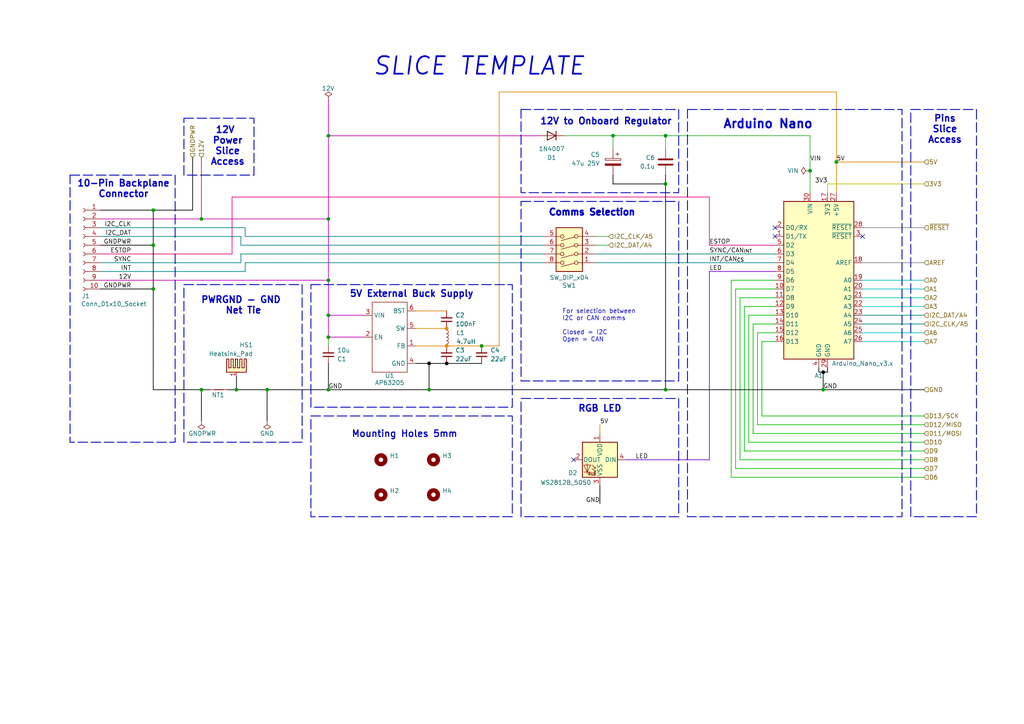
<source format=kicad_sch>
(kicad_sch (version 20250114) (generator "eeschema") (generator_version "9.0")
  (paper "A4")
  (lib_symbols
    (symbol "Connector:Conn_01x10_Socket" (pin_names (offset 1.016) (hide yes))
      (property "Reference" "J" (at 0 12.7 0))
      (property "Value" "Conn_01x10_Socket" (at 0 -15.24 0))
      (symbol "Conn_01x10_Socket_1_1"
        (polyline (pts (xy -1.27 10.16) (xy -0.508 10.16)) (stroke (width 0.1524)))
        (polyline (pts (xy -1.27 7.62) (xy -0.508 7.62)) (stroke (width 0.1524)))
        (polyline (pts (xy -1.27 5.08) (xy -0.508 5.08)) (stroke (width 0.1524)))
        (polyline (pts (xy -1.27 2.54) (xy -0.508 2.54)) (stroke (width 0.1524)))
        (polyline (pts (xy -1.27 0) (xy -0.508 0)) (stroke (width 0.1524)))
        (polyline (pts (xy -1.27 -2.54) (xy -0.508 -2.54)) (stroke (width 0.1524)))
        (polyline (pts (xy -1.27 -5.08) (xy -0.508 -5.08)) (stroke (width 0.1524)))
        (polyline (pts (xy -1.27 -7.62) (xy -0.508 -7.62)) (stroke (width 0.1524)))
        (polyline (pts (xy -1.27 -10.16) (xy -0.508 -10.16)) (stroke (width 0.1524)))
        (polyline (pts (xy -1.27 -12.7) (xy -0.508 -12.7)) (stroke (width 0.1524)))
        (arc (start 0 9.652) (mid -0.5058 10.16) (end 0 10.668) (stroke (width 0.1524)))
        (arc (start 0 7.112) (mid -0.5058 7.62) (end 0 8.128) (stroke (width 0.1524)))
        (arc (start 0 4.572) (mid -0.5058 5.08) (end 0 5.588) (stroke (width 0.1524)))
        (arc (start 0 2.032) (mid -0.5058 2.54) (end 0 3.048) (stroke (width 0.1524)))
        (arc (start 0 -0.508) (mid -0.5058 0) (end 0 0.508) (stroke (width 0.1524)))
        (arc (start 0 -3.048) (mid -0.5058 -2.54) (end 0 -2.032) (stroke (width 0.1524)))
        (arc (start 0 -5.588) (mid -0.5058 -5.08) (end 0 -4.572) (stroke (width 0.1524)))
        (arc (start 0 -8.128) (mid -0.5058 -7.62) (end 0 -7.112) (stroke (width 0.1524)))
        (arc (start 0 -10.668) (mid -0.5058 -10.16) (end 0 -9.652) (stroke (width 0.1524)))
        (arc (start 0 -13.208) (mid -0.5058 -12.7) (end 0 -12.192) (stroke (width 0.1524)))
        (pin passive line (at -5.08 10.16 0) (length 3.81) (name "Pin_1") (number "1"))
        (pin passive line (at -5.08 7.62 0) (length 3.81) (name "Pin_2") (number "2"))
        (pin passive line (at -5.08 5.08 0) (length 3.81) (name "Pin_3") (number "3"))
        (pin passive line (at -5.08 2.54 0) (length 3.81) (name "Pin_4") (number "4"))
        (pin passive line (at -5.08 0 0) (length 3.81) (name "Pin_5") (number "5"))
        (pin passive line (at -5.08 -2.54 0) (length 3.81) (name "Pin_6") (number "6"))
        (pin passive line (at -5.08 -5.08 0) (length 3.81) (name "Pin_7") (number "7"))
        (pin passive line (at -5.08 -7.62 0) (length 3.81) (name "Pin_8") (number "8"))
        (pin passive line (at -5.08 -10.16 0) (length 3.81) (name "Pin_9") (number "9"))
        (pin passive line (at -5.08 -12.7 0) (length 3.81) (name "Pin_10") (number "10"))
      )
    )
    (symbol "Device:C" (pin_numbers (hide yes)) (pin_names (offset 0.254))
      (property "Reference" "C" (at 0.635 2.54 0))
      (property "Value" "C" (at 0.635 -2.54 0))
      (symbol "C_0_1"
        (polyline (pts (xy -2.032 0.762) (xy 2.032 0.762)) (stroke (width 0.508)))
        (polyline (pts (xy -2.032 -0.762) (xy 2.032 -0.762)) (stroke (width 0.508)))
      )
      (symbol "C_1_1"
        (pin passive line (at 0 3.81 270) (length 2.794) (name "~") (number "1"))
        (pin passive line (at 0 -3.81 90) (length 2.794) (name "~") (number "2"))
      )
    )
    (symbol "Device:C_Polarized" (pin_numbers (hide yes)) (pin_names (offset 0.254))
      (property "Reference" "C" (at 0.635 2.54 0))
      (property "Value" "C_Polarized" (at 0.635 -2.54 0))
      (symbol "C_Polarized_0_1"
        (rectangle (start -2.286 0.508) (end 2.286 1.016))
        (polyline (pts (xy -1.778 2.286) (xy -0.762 2.286)))
        (polyline (pts (xy -1.27 2.794) (xy -1.27 1.778)))
        (rectangle (start 2.286 -0.508) (end -2.286 -1.016) (fill (type outline)))
      )
      (symbol "C_Polarized_1_1"
        (pin passive line (at 0 3.81 270) (length 2.794) (name "~") (number "1"))
        (pin passive line (at 0 -3.81 90) (length 2.794) (name "~") (number "2"))
      )
    )
    (symbol "Device:C_Small" (pin_numbers (hide yes)) (pin_names (offset 0.254) (hide yes))
      (property "Reference" "C" (at 0.254 1.778 0))
      (property "Value" "C_Small" (at 0.254 -2.032 0))
      (symbol "C_Small_0_1"
        (polyline (pts (xy -1.524 0.508) (xy 1.524 0.508)) (stroke (width 0.3048)))
        (polyline (pts (xy -1.524 -0.508) (xy 1.524 -0.508)) (stroke (width 0.3302)))
      )
      (symbol "C_Small_1_1"
        (pin passive line (at 0 2.54 270) (length 2.032) (name "~") (number "1"))
        (pin passive line (at 0 -2.54 90) (length 2.032) (name "~") (number "2"))
      )
    )
    (symbol "Device:L_Small" (pin_numbers (hide yes)) (pin_names (offset 0.254) (hide yes))
      (property "Reference" "L" (at 0.762 1.016 0))
      (property "Value" "L_Small" (at 0.762 -1.016 0))
      (symbol "L_Small_0_1"
        (arc (start 0 2.032) (mid 0.5058 1.524) (end 0 1.016))
        (arc (start 0 1.016) (mid 0.5058 0.508) (end 0 0))
        (arc (start 0 0) (mid 0.5058 -0.508) (end 0 -1.016))
        (arc (start 0 -1.016) (mid 0.5058 -1.524) (end 0 -2.032))
      )
      (symbol "L_Small_1_1"
        (pin passive line (at 0 2.54 270) (length 0.508) (name "~") (number "1"))
        (pin passive line (at 0 -2.54 90) (length 0.508) (name "~") (number "2"))
      )
    )
    (symbol "Device:NetTie_2" (pin_numbers (hide yes)) (pin_names (offset 0) (hide yes)) (in_bom no)
      (property "Reference" "NT" (at 0 1.27 0))
      (property "Value" "NetTie_2" (at 0 -1.27 0))
      (symbol "NetTie_2_0_1"
        (polyline (pts (xy -1.27 0) (xy 1.27 0)) (stroke (width 0.254)))
      )
      (symbol "NetTie_2_1_1"
        (pin passive line (at -2.54 0 0) (length 2.54) (name "1") (number "1"))
        (pin passive line (at 2.54 0 180) (length 2.54) (name "2") (number "2"))
      )
    )
    (symbol "Diode:1N4007" (pin_numbers (hide yes)) (pin_names (hide yes))
      (property "Reference" "D" (at 0 2.54 0))
      (property "Value" "1N4007" (at 0 -2.54 0))
      (symbol "1N4007_0_1"
        (polyline (pts (xy -1.27 1.27) (xy -1.27 -1.27)) (stroke (width 0.254)))
        (polyline (pts (xy 1.27 1.27) (xy 1.27 -1.27) (xy -1.27 0) (xy 1.27 1.27)) (stroke (width 0.254)))
        (polyline (pts (xy 1.27 0) (xy -1.27 0)))
      )
      (symbol "1N4007_1_1"
        (pin passive line (at -3.81 0 0) (length 2.54) (name "K") (number "1"))
        (pin passive line (at 3.81 0 180) (length 2.54) (name "A") (number "2"))
      )
    )
    (symbol "Mechanical:Heatsink_Pad" (pin_names (offset 0))
      (property "Reference" "HS" (at 0 5.715 0))
      (property "Value" "Heatsink_Pad" (at 0 3.81 0))
      (symbol "Heatsink_Pad_0_1"
        (polyline (pts (xy -0.3302 0) (xy -0.9652 0) (xy -0.9652 2.54) (xy -1.6002 2.54) (xy -1.6002 0) (xy -2.2352 0) (xy -2.2352 2.54) (xy -2.8702 2.54) (xy -2.8702 -1.27) (xy -0.9652 -1.27)) (stroke (width 0.254)) (fill (type background)))
        (polyline (pts (xy -0.3302 0) (xy -0.3302 2.54) (xy 0.3048 2.54) (xy 0.3048 0) (xy 0.9398 0) (xy 0.9398 2.54) (xy 1.5748 2.54) (xy 1.5748 0) (xy 2.2098 0) (xy 2.2098 2.54) (xy 2.8448 2.54) (xy 2.8448 -1.27) (xy -0.9652 -1.27)) (stroke (width 0.254)) (fill (type background)))
      )
      (symbol "Heatsink_Pad_1_1"
        (pin passive line (at 0 -2.54 90) (length 1.27) (name "~") (number "1"))
      )
    )
    (symbol "Mechanical:MountingHole" (pin_names (offset 1.016))
      (property "Reference" "H" (at 0 5.08 0))
      (property "Value" "MountingHole" (at 0 3.175 0))
      (symbol "MountingHole_0_1"
        (circle (center 0 0) (radius 1.27) (stroke (width 1.27)))
      )
    )
    (symbol "Switch:SW_DIP_x04" (pin_names (offset 0) (hide yes))
      (property "Reference" "SW" (at 0 8.89 0))
      (property "Value" "SW_DIP_x04" (at 0 -6.35 0))
      (symbol "SW_DIP_x04_0_0"
        (circle (center -2.032 5.08) (radius 0.508))
        (circle (center -2.032 2.54) (radius 0.508))
        (circle (center -2.032 0) (radius 0.508))
        (circle (center -2.032 -2.54) (radius 0.508))
        (polyline (pts (xy -1.524 5.207) (xy 2.3622 6.2484)))
        (polyline (pts (xy -1.524 2.667) (xy 2.3622 3.7084)))
        (polyline (pts (xy -1.524 0.127) (xy 2.3622 1.1684)))
        (polyline (pts (xy -1.524 -2.3876) (xy 2.3622 -1.3462)))
        (circle (center 2.032 5.08) (radius 0.508))
        (circle (center 2.032 2.54) (radius 0.508))
        (circle (center 2.032 0) (radius 0.508))
        (circle (center 2.032 -2.54) (radius 0.508))
      )
      (symbol "SW_DIP_x04_0_1"
        (rectangle (start -3.81 7.62) (end 3.81 -5.08) (stroke (width 0.254)) (fill (type background)))
      )
      (symbol "SW_DIP_x04_1_1"
        (pin passive line (at -7.62 5.08 0) (length 5.08) (name "~") (number "1"))
        (pin passive line (at -7.62 2.54 0) (length 5.08) (name "~") (number "2"))
        (pin passive line (at -7.62 0 0) (length 5.08) (name "~") (number "3"))
        (pin passive line (at -7.62 -2.54 0) (length 5.08) (name "~") (number "4"))
        (pin passive line (at 7.62 5.08 180) (length 5.08) (name "~") (number "8"))
        (pin passive line (at 7.62 2.54 180) (length 5.08) (name "~") (number "7"))
        (pin passive line (at 7.62 0 180) (length 5.08) (name "~") (number "6"))
        (pin passive line (at 7.62 -2.54 180) (length 5.08) (name "~") (number "5"))
      )
    )
    (symbol "kml-custom:AP63205WU-7"
      (property "Reference" "U1" (at 0 -14.986 0))
      (property "Value" "AP63205WU-7" (at 0 -17.018 0))
      (symbol "AP63205WU-7_0_1"
        (rectangle (start -5.08 6.35) (end 5.08 -13.97))
      )
      (symbol "AP63205WU-7_1_1"
        (pin input line (at -7.62 2.54 0) (length 2.54) (name "VIN") (number "3"))
        (pin input line (at -7.62 -3.81 0) (length 2.54) (name "EN") (number "2"))
        (pin input line (at 7.62 3.81 180) (length 2.54) (name "BST") (number "6"))
        (pin input line (at 7.62 -1.27 180) (length 2.54) (name "SW") (number "5"))
        (pin input line (at 7.62 -6.35 180) (length 2.54) (name "FB") (number "1"))
        (pin input line (at 7.62 -11.43 180) (length 2.54) (name "GND") (number "4"))
      )
    )
    (symbol "kml-custom:Arduino_Nano_v3.x"
      (property "Reference" "A1" (at 0 -27.6606 0))
      (property "Value" "Arduino_Nano_v3.x" (at 12.7 -24.13 0))
      (symbol "Arduino_Nano_v3.x_0_1"
        (rectangle (start -10.16 22.86) (end 10.16 -22.86) (stroke (width 0.254)) (fill (type background)))
      )
      (symbol "Arduino_Nano_v3.x_1_1"
        (pin bidirectional line (at -12.7 15.24 0) (length 2.54) (name "D0/RX") (number "2"))
        (pin bidirectional line (at -12.7 12.7 0) (length 2.54) (name "D1/TX") (number "1"))
        (pin bidirectional line (at -12.7 10.16 0) (length 2.54) (name "D2") (number "5"))
        (pin bidirectional line (at -12.7 7.62 0) (length 2.54) (name "D3") (number "6"))
        (pin bidirectional line (at -12.7 5.08 0) (length 2.54) (name "D4") (number "7"))
        (pin bidirectional line (at -12.7 2.54 0) (length 2.54) (name "D5") (number "8"))
        (pin bidirectional line (at -12.7 0 0) (length 2.54) (name "D6") (number "9"))
        (pin bidirectional line (at -12.7 -2.54 0) (length 2.54) (name "D7") (number "10"))
        (pin bidirectional line (at -12.7 -5.08 0) (length 2.54) (name "D8") (number "11"))
        (pin bidirectional line (at -12.7 -7.62 0) (length 2.54) (name "D9") (number "12"))
        (pin bidirectional line (at -12.7 -10.16 0) (length 2.54) (name "D10") (number "13"))
        (pin bidirectional line (at -12.7 -12.7 0) (length 2.54) (name "D11") (number "14"))
        (pin bidirectional line (at -12.7 -15.24 0) (length 2.54) (name "D12") (number "15"))
        (pin bidirectional line (at -12.7 -17.78 0) (length 2.54) (name "D13") (number "16"))
        (pin power_in line (at -2.54 25.4 270) (length 2.54) (name "VIN") (number "30"))
        (pin power_in line (at 0 -25.4 90) (length 2.54) (name "GND") (number "4"))
        (pin power_out line (at 2.54 25.4 270) (length 2.54) (name "3V3") (number "17"))
        (pin power_in line (at 2.54 -25.4 90) (length 2.54) (name "GND") (number "29"))
        (pin power_out line (at 5.08 25.4 270) (length 2.54) (name "+5V") (number "27"))
        (pin input line (at 12.7 15.24 180) (length 2.54) (name "~{RESET}") (number "28"))
        (pin input line (at 12.7 12.7 180) (length 2.54) (name "~{RESET}") (number "3"))
        (pin input line (at 12.7 5.08 180) (length 2.54) (name "AREF") (number "18"))
        (pin bidirectional line (at 12.7 0 180) (length 2.54) (name "A0") (number "19"))
        (pin bidirectional line (at 12.7 -2.54 180) (length 2.54) (name "A1") (number "20"))
        (pin bidirectional line (at 12.7 -5.08 180) (length 2.54) (name "A2") (number "21"))
        (pin bidirectional line (at 12.7 -7.62 180) (length 2.54) (name "A3") (number "22"))
        (pin bidirectional line (at 12.7 -10.16 180) (length 2.54) (name "A4") (number "23"))
        (pin bidirectional line (at 12.7 -12.7 180) (length 2.54) (name "A5") (number "24"))
        (pin bidirectional line (at 12.7 -15.24 180) (length 2.54) (name "A6") (number "25"))
        (pin bidirectional line (at 12.7 -17.78 180) (length 2.54) (name "A7") (number "26"))
      )
    )
    (symbol "kml-custom:WS2812B_5050" (pin_names (offset 0.254))
      (property "Reference" "D2" (at 7.874 -3.81 0))
      (property "Value" "WS2812B_5050" (at 9.906 -6.604 0))
      (symbol "WS2812B_5050_0_0"
        (text "RGB" (at 2.286 -4.191 0) (effects (font (size 0.762 0.762))))
      )
      (symbol "WS2812B_5050_0_1"
        (polyline (pts (xy 1.27 -2.54) (xy 1.778 -2.54)))
        (polyline (pts (xy 1.27 -3.556) (xy 1.778 -3.556)))
        (polyline (pts (xy 2.286 -1.524) (xy 1.27 -2.54) (xy 1.27 -2.032)))
        (polyline (pts (xy 2.286 -2.54) (xy 1.27 -3.556) (xy 1.27 -3.048)))
        (polyline (pts (xy 3.683 -1.016) (xy 3.683 -3.556) (xy 3.683 -4.064)))
        (polyline (pts (xy 4.699 -1.524) (xy 2.667 -1.524) (xy 3.683 -3.556) (xy 4.699 -1.524)))
        (polyline (pts (xy 4.699 -3.556) (xy 2.667 -3.556)))
        (rectangle (start 5.08 5.08) (end -5.08 -5.08) (stroke (width 0.254)) (fill (type background)))
      )
      (symbol "WS2812B_5050_1_1"
        (pin input line (at -7.62 0 0) (length 2.54) (name "DIN") (number "4"))
        (pin power_in line (at 0 7.62 270) (length 2.54) (name "VDD") (number "1"))
        (pin power_in line (at 0 -7.62 90) (length 2.54) (name "VSS") (number "3"))
        (pin output line (at 7.62 0 180) (length 2.54) (name "DOUT") (number "2"))
      )
    )
    (symbol "power:PWR_FLAG" (power) (pin_numbers (hide yes)) (pin_names (offset 0) (hide yes))
      (property "Value" "PWR_FLAG" (at 0 3.81 0))
      (symbol "PWR_FLAG_0_0"
        (pin power_out line (at 0 0 90) (length 0) (name "~") (number "1"))
      )
      (symbol "PWR_FLAG_0_1"
        (polyline (pts (xy 0 0) (xy 0 1.27) (xy -1.016 1.905) (xy 0 2.54) (xy 1.016 1.905) (xy 0 1.27)))
      )
    )
  )
  (rectangle (start 151.13 58.42) (end 196.85 110.49) (stroke (width 0.254) (type dash)))
  (rectangle (start 20.32 50.8) (end 50.8 128.27) (stroke (width 0.254) (type dash)))
  (rectangle (start 90.17 82.55) (end 148.59 118.11) (stroke (width 0.254) (type dash)))
  (rectangle (start 53.34 34.29) (end 73.66 50.8) (stroke (width 0.254) (type dash)))
  (rectangle (start 90.17 120.65) (end 148.59 149.86) (stroke (width 0.254) (type dash)))
  (rectangle (start 151.13 115.57) (end 196.85 149.86) (stroke (width 0.254) (type dash)))
  (rectangle (start 264.16 31.75) (end 283.21 149.86) (stroke (width 0.254) (type dash)))
  (rectangle (start 53.34 82.55) (end 87.63 128.27) (stroke (width 0.254) (type dash)))
  (rectangle (start 199.39 31.75) (end 261.62 149.86) (stroke (width 0.254) (type dash)))
  (rectangle (start 151.13 31.75) (end 196.85 55.88) (stroke (width 0.254) (type dash)))
  (text "Pins\nSlice\nAccess" (at 274.066 37.592 0) (effects (font (size 1.905 1.905) (thickness 0.381) (bold yes))))
  (text "10-Pin Backplane\nConnector" (at 35.814 54.864 0) (effects (font (size 1.905 1.905) (thickness 0.381) (bold yes))))
  (text "PWRGND - GND \nNet Tie" (at 70.612 88.646 0) (effects (font (size 1.905 1.905) (thickness 0.381) (bold yes))))
  (text "SLICE TEMPLATE" (at 138.938 19.304 0) (effects (font (size 5.08 5.08) (thickness 0.508) (bold yes) (italic yes))))
  (text "RGB LED" (at 173.99 118.618 0) (effects (font (size 1.905 1.905) (thickness 0.381) (bold yes))))
  (text "Pinout Details Arduino Nano:\n--------------------------------------------------------------------------------------------------------------------\nPin			| Function											| Limitations/Notes\n--------------------------------------------------------------------------------------------------------------------\nVIN			| External Supply Input								| External power source 7-12V\nGND			| Ground											| First GND pin available for circuit grounding\nRST			| Reset Input										| Active LOW\n5V			| Regulated 5V Output								| Regulated +5V power rail; supplying +5V power here bypasses the regulator (risky/advanced)\nA7-A6		| Analog Inputs (Input Only)						| 10-bit ADC; A6 & A7 are analog-only (cannot be used as digital I/O)\nA5-A4		| Analog Inputs, I2C (SDA, SCL)						| Dual-function: analog input and I2C communication; use dedicated I2C devices\nA3-A0		| Analog Inputs, Digital I/O						| 10-bit ADC resolution; can function as digital I/O when required\nAREF		| Analog Reference Voltage Input					| For using an external analog reference add a decoupling capacitor, else leave unconnected\n3.3V		| Regulated 3.3V Output								| Limited current (~50 mA max); supplying +3V3 power here bypasses the regulator (risky/advanced)\nD13			| Digital I/O, SPI SCK, Onboard LED					| SPI clock signal; onboard LED connected to D13\nD12			| Digital I/O, SPI MISO								| GPIO; SPI MISO\nD11			| Digital I/O, SPI MOSI, PWM						| GPIO; PWM available; SPI MOSI\nD10			| Digital I/O, PWM, SPI SS							| GPIO; PWM available; SPI Slave Select in master mode\nD9			| Digital I/O, PWM									| GPIO; PWM output available\nD8			| Digital I/O										| GPIO\nD7			| Digital I/O										| GPIO; AIN[1](-) of internal analog comparator\nD6			| Digital I/O, PWM									| GPIO; PWM available; AIN[0](+) of internal analog comparator\nD5			| Digital I/O, PWM									| GPIO; PWM available\nD4			| Digital I/O										| GPIO\nD3			| Digital I/O, PWM, Dedicated Hardware Interrupt	| GPIO; PWM available; supports external interrupts\nD2			| Digital I/O, Dedicated Hardware Interrupt			| GPIO; supports external interrupts\nGND			| Ground											| Second GND pin available for circuit grounding\nRST			| Reset Input										| Active LOW\nD1			| Digital I/O, Serial TX							| Shared with USB-to-serial converter; in general do not use to avoid conflicts during programming\nD0			| Digital I/O, Serial RX							| Shared with USB-to-serial converter; in general do not use to avoid conflicts during programming\n--------------------------------------------------------------------------------------------------------------------\n" (at 14.478 252.984 0) (effects (font (size 1.651 1.651)) (justify left)))
  (text "Comms Selection" (at 171.704 61.722 0) (effects (font (size 1.905 1.905) (thickness 0.508) (bold yes))))
  (text "Mounting Holes 5mm" (at 117.348 125.984 0) (effects (font (size 1.905 1.905) (thickness 0.3302) (bold yes))))
  (text "12V \nPower\nSlice\nAccess" (at 66.04 42.418 0) (effects (font (size 1.905 1.905) (thickness 0.381) (bold yes))))
  (text "For selection between \nI2C or CAN comms\n\nClosed = I2C\nOpen = CAN" (at 163.068 94.488 0) (effects (font (size 1.27 1.27)) (justify left)))
  (text "Arduino Nano" (at 222.758 36.068 0) (effects (font (size 2.54 2.54) (thickness 0.508) (bold yes))))
  (text "12V to Onboard Regulator" (at 175.768 35.306 0) (effects (font (size 1.905 1.905) (thickness 0.381) (bold yes))))
  (text "5V External Buck Supply" (at 119.38 85.344 0) (effects (font (size 1.905 1.905) (thickness 0.381) (bold yes))))
  (junction (at 124.46 105.41) (color 0 0 0 1))
  (junction (at 193.04 113.03))
  (junction (at 193.04 53.34))
  (junction (at 95.25 91.44))
  (junction (at 129.54 95.25) (color 221 133 0 1))
  (junction (at 95.25 113.03))
  (junction (at 139.7 100.33))
  (junction (at 177.8 39.37))
  (junction (at 58.42 63.5))
  (junction (at 234.95 49.53))
  (junction (at 44.45 71.12))
  (junction (at 95.25 81.28))
  (junction (at 77.47 113.03))
  (junction (at 95.25 97.79))
  (junction (at 44.45 83.82))
  (junction (at 242.57 46.99))
  (junction (at 238.76 113.03))
  (junction (at 129.54 105.41) (color 0 0 0 1))
  (junction (at 124.46 113.03))
  (junction (at 193.04 39.37))
  (junction (at 95.25 63.5))
  (junction (at 129.54 100.33) (color 221 133 0 1))
  (junction (at 44.45 60.96))
  (junction (at 68.58 113.03))
  (junction (at 95.25 39.37))
  (junction (at 58.42 113.03))
  (junction (at 238.76 107.95) (color 0 0 0 1))
  (no_connect (at 224.79 66.04))
  (no_connect (at 224.79 68.58))
  (no_connect (at 250.19 68.58))
  (no_connect (at 166.37 133.35))
  (wire (pts (xy 120.65 95.25) (xy 129.54 95.25)) (stroke (width 0.2032) (color 221 133 0 1)))
  (wire (pts (xy 267.97 130.81) (xy 215.9 130.81)) (stroke (width 0.2032) (color 0 194 0 1)))
  (wire (pts (xy 124.46 113.03) (xy 193.04 113.03)) (stroke (width 0.2032) (color 0 0 0 1)))
  (wire (pts (xy 163.83 39.37) (xy 177.8 39.37)))
  (wire (pts (xy 67.31 57.15) (xy 205.74 57.15)) (stroke (width 0.2032) (color 230 5 126 1)))
  (wire (pts (xy 95.25 81.28) (xy 95.25 63.5)) (stroke (width 0.2032) (color 194 0 194 1)))
  (wire (pts (xy 250.19 88.9) (xy 267.97 88.9)) (stroke (width 0.2032) (color 0 194 194 1)))
  (wire (pts (xy 237.49 106.68) (xy 237.49 107.95)) (stroke (width 0.2032) (color 0 0 0 1)))
  (wire (pts (xy 214.63 86.36) (xy 224.79 86.36)) (stroke (width 0.2032) (color 0 194 0 1)))
  (wire (pts (xy 77.47 113.03) (xy 95.25 113.03)) (stroke (width 0.2032) (color 0 0 0 1)))
  (wire (pts (xy 250.19 66.04) (xy 267.97 66.04)) (stroke (width 0.2032) (color 132 132 132 1)))
  (wire (pts (xy 193.04 50.8) (xy 193.04 53.34)) (stroke (width 0.2032) (color 0 0 0 1)))
  (wire (pts (xy 124.46 113.03) (xy 124.46 105.41)) (stroke (width 0.2032) (color 0 0 0 1)))
  (wire (pts (xy 77.47 113.03) (xy 77.47 121.92)) (stroke (width 0.2032) (color 0 0 0 1)))
  (wire (pts (xy 29.21 68.58) (xy 69.85 68.58)) (stroke (width 0.2032) (color 0 132 132 1)))
  (wire (pts (xy 267.97 128.27) (xy 217.17 128.27)) (stroke (width 0.2032) (color 0 194 0 1)))
  (wire (pts (xy 95.25 105.41) (xy 95.25 113.03)) (stroke (width 0.2032) (color 0 0 0 1)))
  (wire (pts (xy 68.58 109.22) (xy 68.58 113.03)) (stroke (width 0.2032) (color 0 0 0 1)))
  (wire (pts (xy 120.65 100.33) (xy 129.54 100.33)) (stroke (width 0.2032) (color 221 133 0 1)))
  (wire (pts (xy 172.72 71.12) (xy 176.53 71.12)))
  (wire (pts (xy 69.85 73.66) (xy 157.48 73.66)) (stroke (width 0.2032) (color 0 132 132 1)))
  (wire (pts (xy 267.97 123.19) (xy 219.71 123.19)) (stroke (width 0.2032) (color 0 194 0 1)))
  (wire (pts (xy 212.09 81.28) (xy 224.79 81.28)) (stroke (width 0.2032) (color 0 194 0 1)))
  (wire (pts (xy 267.97 125.73) (xy 218.44 125.73)) (stroke (width 0.2032) (color 0 194 0 1)))
  (wire (pts (xy 69.85 68.58) (xy 69.85 71.12)) (stroke (width 0.2032) (color 0 132 132 1)))
  (wire (pts (xy 173.99 140.97) (xy 173.99 146.05)) (stroke (width 0.2032) (color 0 0 0 1)))
  (wire (pts (xy 66.04 113.03) (xy 68.58 113.03)) (stroke (width 0.2032) (color 0 0 0 1)))
  (wire (pts (xy 71.12 68.58) (xy 157.48 68.58)) (stroke (width 0.2032) (color 0 132 132 1)))
  (wire (pts (xy 219.71 123.19) (xy 219.71 96.52)) (stroke (width 0.2032) (color 0 194 0 1)))
  (wire (pts (xy 193.04 39.37) (xy 193.04 43.18)))
  (wire (pts (xy 139.7 100.33) (xy 144.78 100.33)) (stroke (width 0.2032) (color 221 133 0 1)))
  (wire (pts (xy 29.21 76.2) (xy 69.85 76.2)) (stroke (width 0.2032) (color 0 132 132 1)))
  (wire (pts (xy 250.19 91.44) (xy 267.97 91.44)) (stroke (width 0.2032) (color 0 132 132 1)))
  (wire (pts (xy 29.21 63.5) (xy 58.42 63.5)) (stroke (width 0.2032) (color 194 0 194 1)))
  (wire (pts (xy 29.21 73.66) (xy 67.31 73.66)) (stroke (width 0.2032) (color 230 5 126 1)))
  (wire (pts (xy 234.95 39.37) (xy 193.04 39.37)))
  (wire (pts (xy 129.54 105.41) (xy 139.7 105.41)) (stroke (width 0.2032) (color 0 0 0 1)))
  (wire (pts (xy 44.45 83.82) (xy 44.45 113.03)) (stroke (width 0.2032) (color 0 0 0 1)))
  (wire (pts (xy 58.42 113.03) (xy 60.96 113.03)) (stroke (width 0.2032) (color 0 0 0 1)))
  (wire (pts (xy 238.76 107.95) (xy 240.03 107.95)) (stroke (width 0.2032) (color 0 0 0 1)))
  (wire (pts (xy 238.76 113.03) (xy 267.97 113.03)) (stroke (width 0.2032) (color 0 0 0 1)))
  (wire (pts (xy 29.21 71.12) (xy 44.45 71.12)) (stroke (width 0.2032) (color 0 0 0 1)))
  (wire (pts (xy 95.25 39.37) (xy 95.25 63.5)) (stroke (width 0.2032) (color 194 0 194 1)))
  (wire (pts (xy 250.19 81.28) (xy 267.97 81.28)) (stroke (width 0.2032) (color 0 194 194 1)))
  (wire (pts (xy 144.78 26.67) (xy 242.57 26.67)) (stroke (width 0.2032) (color 221 133 0 1)))
  (wire (pts (xy 205.74 71.12) (xy 224.79 71.12)) (stroke (width 0.2032) (color 230 5 126 1)))
  (wire (pts (xy 213.36 135.89) (xy 213.36 83.82)) (stroke (width 0.2032) (color 0 194 0 1)))
  (wire (pts (xy 71.12 66.04) (xy 71.12 68.58)) (stroke (width 0.2032) (color 0 132 132 1)))
  (wire (pts (xy 129.54 105.41) (xy 124.46 105.41)) (stroke (width 0.2032) (color 0 0 0 1)))
  (wire (pts (xy 267.97 120.65) (xy 220.98 120.65)) (stroke (width 0.2032) (color 0 194 0 1)))
  (wire (pts (xy 250.19 83.82) (xy 267.97 83.82)) (stroke (width 0.2032) (color 0 194 194 1)))
  (wire (pts (xy 29.21 66.04) (xy 71.12 66.04)) (stroke (width 0.2032) (color 0 132 132 1)))
  (wire (pts (xy 29.21 60.96) (xy 44.45 60.96)) (stroke (width 0.2032) (color 0 0 0 1)))
  (wire (pts (xy 95.25 39.37) (xy 156.21 39.37)) (stroke (width 0.2032) (color 194 0 194 1)))
  (wire (pts (xy 95.25 29.21) (xy 95.25 39.37)) (stroke (width 0.2032) (color 194 0 194 1)))
  (wire (pts (xy 58.42 63.5) (xy 95.25 63.5)) (stroke (width 0.2032) (color 194 0 194 1)))
  (wire (pts (xy 172.72 76.2) (xy 224.79 76.2)) (stroke (width 0.2032) (color 0 132 132 1)))
  (wire (pts (xy 240.03 53.34) (xy 267.97 53.34)) (stroke (width 0.2032) (color 194 194 0 1)))
  (wire (pts (xy 193.04 113.03) (xy 238.76 113.03)) (stroke (width 0.2032) (color 0 0 0 1)))
  (wire (pts (xy 242.57 46.99) (xy 267.97 46.99)) (stroke (width 0.2032) (color 221 133 0 1)))
  (wire (pts (xy 217.17 128.27) (xy 217.17 91.44)) (stroke (width 0.2032) (color 0 194 0 1)))
  (wire (pts (xy 213.36 83.82) (xy 224.79 83.82)) (stroke (width 0.2032) (color 0 194 0 1)))
  (wire (pts (xy 95.25 91.44) (xy 105.41 91.44)) (stroke (width 0.2032) (color 194 0 194 1)))
  (wire (pts (xy 44.45 113.03) (xy 58.42 113.03)) (stroke (width 0.2032) (color 0 0 0 1)))
  (wire (pts (xy 240.03 53.34) (xy 240.03 55.88)) (stroke (width 0.2032) (color 194 194 0 1)))
  (wire (pts (xy 215.9 130.81) (xy 215.9 88.9)) (stroke (width 0.2032) (color 0 194 0 1)))
  (wire (pts (xy 250.19 93.98) (xy 267.97 93.98)) (stroke (width 0.2032) (color 0 132 132 1)))
  (wire (pts (xy 237.49 107.95) (xy 238.76 107.95)) (stroke (width 0.2032) (color 0 0 0 1)))
  (wire (pts (xy 218.44 125.73) (xy 218.44 93.98)) (stroke (width 0.2032) (color 0 194 0 1)))
  (wire (pts (xy 44.45 71.12) (xy 44.45 60.96)) (stroke (width 0.2032) (color 0 0 0 1)))
  (wire (pts (xy 173.99 123.19) (xy 173.99 125.73)) (stroke (width 0.2032) (color 221 133 0 1)))
  (wire (pts (xy 120.65 90.17) (xy 129.54 90.17)) (stroke (width 0.2032) (color 221 133 0 1)))
  (wire (pts (xy 172.72 68.58) (xy 176.53 68.58)))
  (wire (pts (xy 29.21 81.28) (xy 95.25 81.28)) (stroke (width 0.2032) (color 194 0 194 1)))
  (wire (pts (xy 234.95 39.37) (xy 234.95 49.53)))
  (wire (pts (xy 250.19 99.06) (xy 267.97 99.06)) (stroke (width 0.2032) (color 0 194 194 1)))
  (wire (pts (xy 95.25 81.28) (xy 95.25 91.44)) (stroke (width 0.2032) (color 194 0 194 1)))
  (wire (pts (xy 250.19 86.36) (xy 267.97 86.36)) (stroke (width 0.2032) (color 0 194 194 1)))
  (wire (pts (xy 69.85 71.12) (xy 157.48 71.12)) (stroke (width 0.2032) (color 0 132 132 1)))
  (wire (pts (xy 250.19 76.2) (xy 267.97 76.2)) (stroke (width 0.2032) (color 132 132 132 1)))
  (wire (pts (xy 267.97 138.43) (xy 212.09 138.43)) (stroke (width 0.2032) (color 0 194 0 1)))
  (wire (pts (xy 69.85 76.2) (xy 69.85 73.66)) (stroke (width 0.2032) (color 0 132 132 1)))
  (wire (pts (xy 220.98 120.65) (xy 220.98 99.06)) (stroke (width 0.2032) (color 0 194 0 1)))
  (wire (pts (xy 71.12 76.2) (xy 157.48 76.2)) (stroke (width 0.2032) (color 0 132 132 1)))
  (wire (pts (xy 219.71 96.52) (xy 224.79 96.52)) (stroke (width 0.2032) (color 0 194 0 1)))
  (wire (pts (xy 242.57 26.67) (xy 242.57 46.99)) (stroke (width 0.2032) (color 221 133 0 1)))
  (wire (pts (xy 95.25 97.79) (xy 105.41 97.79)) (stroke (width 0.2032) (color 194 0 194 1)))
  (wire (pts (xy 214.63 133.35) (xy 214.63 86.36)) (stroke (width 0.2032) (color 0 194 0 1)))
  (wire (pts (xy 177.8 53.34) (xy 193.04 53.34)) (stroke (width 0.2032) (color 0 0 0 1)))
  (wire (pts (xy 177.8 39.37) (xy 193.04 39.37)))
  (wire (pts (xy 71.12 78.74) (xy 71.12 76.2)) (stroke (width 0.2032) (color 0 132 132 1)))
  (wire (pts (xy 29.21 83.82) (xy 44.45 83.82)) (stroke (width 0.2032) (color 0 0 0 1)))
  (wire (pts (xy 238.76 107.95) (xy 238.76 113.03)) (stroke (width 0.2032) (color 0 0 0 1)))
  (wire (pts (xy 234.95 49.53) (xy 234.95 55.88)))
  (wire (pts (xy 193.04 53.34) (xy 193.04 113.03)) (stroke (width 0.2032) (color 0 0 0 1)))
  (wire (pts (xy 205.74 78.74) (xy 224.79 78.74)) (stroke (width 0.2032) (color 119 0 211 1)))
  (wire (pts (xy 44.45 60.96) (xy 55.88 60.96)) (stroke (width 0.2032) (color 0 0 0 1)))
  (wire (pts (xy 58.42 121.92) (xy 58.42 113.03)) (stroke (width 0.2032) (color 0 0 0 1)))
  (wire (pts (xy 129.54 100.33) (xy 139.7 100.33)) (stroke (width 0.2032) (color 221 133 0 1)))
  (wire (pts (xy 172.72 73.66) (xy 224.79 73.66)) (stroke (width 0.2032) (color 0 132 132 1)))
  (wire (pts (xy 242.57 46.99) (xy 242.57 55.88)) (stroke (width 0.2032) (color 221 133 0 1)))
  (wire (pts (xy 120.65 105.41) (xy 124.46 105.41)) (stroke (width 0.2032) (color 0 0 0 1)))
  (wire (pts (xy 240.03 107.95) (xy 240.03 106.68)) (stroke (width 0.2032) (color 0 0 0 1)))
  (wire (pts (xy 95.25 100.33) (xy 95.25 97.79)))
  (wire (pts (xy 215.9 88.9) (xy 224.79 88.9)) (stroke (width 0.2032) (color 0 194 0 1)))
  (wire (pts (xy 212.09 138.43) (xy 212.09 81.28)) (stroke (width 0.2032) (color 0 194 0 1)))
  (wire (pts (xy 29.21 78.74) (xy 71.12 78.74)) (stroke (width 0.2032) (color 0 132 132 1)))
  (wire (pts (xy 181.61 133.35) (xy 205.74 133.35)) (stroke (width 0.2032) (color 119 0 211 1)))
  (wire (pts (xy 205.74 57.15) (xy 205.74 71.12)) (stroke (width 0.2032) (color 230 5 126 1)))
  (wire (pts (xy 218.44 93.98) (xy 224.79 93.98)) (stroke (width 0.2032) (color 0 194 0 1)))
  (wire (pts (xy 55.88 45.72) (xy 55.88 60.96)) (stroke (width 0.2032) (color 0 0 0 1)))
  (wire (pts (xy 95.25 91.44) (xy 95.25 97.79)) (stroke (width 0.2032) (color 194 0 194 1)))
  (wire (pts (xy 220.98 99.06) (xy 224.79 99.06)) (stroke (width 0.2032) (color 0 194 0 1)))
  (wire (pts (xy 144.78 26.67) (xy 144.78 100.33)) (stroke (width 0.2032) (color 221 133 0 1)))
  (wire (pts (xy 95.25 113.03) (xy 124.46 113.03)) (stroke (width 0.2032) (color 0 0 0 1)))
  (wire (pts (xy 58.42 45.72) (xy 58.42 63.5)) (stroke (width 0.2032) (color 194 0 194 1)))
  (wire (pts (xy 205.74 78.74) (xy 205.74 133.35)) (stroke (width 0.2032) (color 119 0 211 1)))
  (wire (pts (xy 267.97 133.35) (xy 214.63 133.35)) (stroke (width 0.2032) (color 0 194 0 1)))
  (wire (pts (xy 267.97 135.89) (xy 213.36 135.89)) (stroke (width 0.2032) (color 0 194 0 1)))
  (wire (pts (xy 217.17 91.44) (xy 224.79 91.44)) (stroke (width 0.2032) (color 0 194 0 1)))
  (wire (pts (xy 177.8 43.18) (xy 177.8 39.37)))
  (wire (pts (xy 44.45 83.82) (xy 44.45 71.12)) (stroke (width 0.2032) (color 0 0 0 1)))
  (wire (pts (xy 67.31 73.66) (xy 67.31 57.15)) (stroke (width 0.2032) (color 230 5 126 1)))
  (wire (pts (xy 177.8 53.34) (xy 177.8 50.8)) (stroke (width 0.2032) (color 0 0 0 1)))
  (wire (pts (xy 77.47 113.03) (xy 68.58 113.03)) (stroke (width 0.2032) (color 0 0 0 1)))
  (wire (pts (xy 250.19 96.52) (xy 267.97 96.52)) (stroke (width 0.2032) (color 0 194 194 1)))
  (label "VIN" (at 234.95 46.99 0))
  (label "INT" (at 38.1 78.74 180))
  (label "5V" (at 173.99 123.19 0))
  (label "5V" (at 242.57 46.99 0))
  (label "INT{slash}CAN_{CS}" (at 205.74 76.2 0))
  (label "ESTOP" (at 205.74 71.12 0))
  (label "GND" (at 238.76 113.03 0))
  (label "12V" (at 38.1 81.28 180))
  (label "SYNC{slash}CAN_{INT}" (at 205.74 73.66 0))
  (label "LED" (at 187.96 133.35 180))
  (label "3V3" (at 240.03 53.34 180))
  (label "I2C_DAT" (at 38.1 68.58 180))
  (label "LED" (at 205.74 78.74 0))
  (label "GND" (at 95.25 113.03 0))
  (label "SYNC" (at 38.1 76.2 180))
  (label "GNDPWR" (at 38.1 83.82 180))
  (label "ESTOP" (at 38.1 73.66 180))
  (label "I2C_CLK" (at 38.1 66.04 180))
  (label "GNDPWR" (at 38.1 71.12 180))
  (label "GND" (at 173.99 146.05 180))
  (hierarchical_label "A7" (shape input) (at 267.97 99.06 0))
  (hierarchical_label "D10" (shape input) (at 267.97 128.27 0))
  (hierarchical_label "A3" (shape input) (at 267.97 88.9 0))
  (hierarchical_label "3V3" (shape input) (at 267.97 53.34 0))
  (hierarchical_label "~{RESET}" (shape input) (at 267.97 66.04 0))
  (hierarchical_label "I2C_DAT{slash}A4" (shape input) (at 176.53 71.12 0))
  (hierarchical_label "A2" (shape input) (at 267.97 86.36 0))
  (hierarchical_label "AREF" (shape input) (at 267.97 76.2 0))
  (hierarchical_label "I2C_DAT{slash}A4" (shape input) (at 267.97 91.44 0))
  (hierarchical_label "A6" (shape input) (at 267.97 96.52 0))
  (hierarchical_label "D13{slash}SCK" (shape input) (at 267.97 120.65 0) (effects (font (size 1.2446 1.2446))))
  (hierarchical_label "D9" (shape input) (at 267.97 130.81 0))
  (hierarchical_label "5V" (shape input) (at 267.97 46.99 0))
  (hierarchical_label "A1" (shape input) (at 267.97 83.82 0))
  (hierarchical_label "D7" (shape input) (at 267.97 135.89 0))
  (hierarchical_label "I2C_CLK{slash}A5" (shape input) (at 176.53 68.58 0))
  (hierarchical_label "D12{slash}MISO" (shape input) (at 267.97 123.19 0) (effects (font (size 1.2446 1.2446))))
  (hierarchical_label "D11{slash}MOSI" (shape input) (at 267.97 125.73 0) (effects (font (size 1.2446 1.2446))))
  (hierarchical_label "GNDPWR" (shape input) (at 55.88 45.72 90))
  (hierarchical_label "D8" (shape input) (at 267.97 133.35 0))
  (hierarchical_label "GND" (shape input) (at 267.97 113.03 0))
  (hierarchical_label "12V" (shape input) (at 58.42 45.72 90))
  (hierarchical_label "A0" (shape input) (at 267.97 81.28 0))
  (hierarchical_label "I2C_CLK{slash}A5" (shape input) (at 267.97 93.98 0))
  (hierarchical_label "D6" (shape input) (at 267.97 138.43 0))
  (symbol (lib_id "Mechanical:MountingHole") (at 110.49 133.35 0) (unit 1)
    (property "Reference" "H1" (at 113.03 132.1816 0) (effects (justify left)))
    (property "Value" "MountingHole" (effects (hide yes)))
    (property "Footprint" "MountingHole:MountingHole_5mm" (effects (hide yes)))
  )
  (symbol (lib_id "Mechanical:MountingHole") (at 110.49 143.51 0) (unit 1)
    (property "Reference" "H2" (at 113.03 142.3416 0) (effects (justify left)))
    (property "Value" "MountingHole" (effects (hide yes)))
    (property "Footprint" "MountingHole:MountingHole_5mm" (effects (hide yes)))
  )
  (symbol (lib_id "Mechanical:MountingHole") (at 125.73 133.35 0) (unit 1)
    (property "Reference" "H3" (at 128.27 132.1816 0) (effects (justify left)))
    (property "Value" "MountingHole" (effects (hide yes)))
    (property "Footprint" "MountingHole:MountingHole_5mm" (effects (hide yes)))
  )
  (symbol (lib_id "Mechanical:MountingHole") (at 125.73 143.51 0) (unit 1)
    (property "Reference" "H4" (at 128.27 142.3416 0) (effects (justify left)))
    (property "Value" "MountingHole" (effects (hide yes)))
    (property "Footprint" "MountingHole:MountingHole_5mm" (effects (hide yes)))
  )
  (symbol (lib_id "kml-custom:Arduino_Nano_v3.x") (at 237.49 81.28 0) (unit 1)
    (property "Reference" "A1" (at 237.49 108.9406 0))
    (property "Value" "Arduino_Nano_v3.x" (at 250.19 105.41 0))
    (property "Footprint" "kml-custom:Arduino_Nano_Headers" (effects (hide yes)))
    (property "Datasheet" "http://www.mouser.com/pdfdocs/Gravitech_Arduino_Nano3_0.pdf" (effects (hide yes)))
  )
  (symbol (lib_id "Switch:SW_DIP_x04") (at 165.1 71.12 180) (unit 1)
    (property "Reference" "SW1" (at 165.1 82.804 0))
    (property "Value" "SW_DIP_x04" (at 165.1 80.518 0))
    (property "Footprint" "Button_Switch_SMD:SW_DIP_SPSTx04_Slide_9.78x12.34mm_W8.61mm_P2.54mm" (effects (hide yes)))
    (property "Description" "4x DIP Switch, Single Pole Single Throw (SPST) switch, small symbol" (effects (hide yes)))
  )
  (symbol (lib_id "Device:C") (at 193.04 46.99 0) (mirror y) (unit 1)
    (property "Reference" "C6" (at 189.992 45.72 0) (effects (justify left)))
    (property "Value" "0.1u" (at 189.992 48.26 0) (effects (justify left)))
    (property "Footprint" "Capacitor_SMD:C_0805_2012Metric_Pad1.18x1.45mm_HandSolder" (effects (hide yes)))
    (property "Description" "Unpolarized capacitor" (effects (hide yes)))
  )
  (symbol (lib_id "power:PWR_FLAG") (at 58.42 121.92 0) (mirror x) (unit 1)
    (property "Reference" "#FLG01" (effects (hide yes)))
    (property "Value" "GNDPWR" (at 54.61 125.73 0) (effects (justify left)))
    (property "Description" "Special symbol for telling ERC where power comes from" (effects (hide yes)))
  )
  (symbol (lib_id "Device:C_Small") (at 129.54 92.71 180) (unit 1)
    (property "Reference" "C2" (at 132.08 91.4336 0) (effects (justify right)))
    (property "Value" "100nF" (at 132.08 93.9736 0) (effects (justify right)))
    (property "Footprint" "Capacitor_SMD:C_1206_3216Metric" (effects (hide yes)))
  )
  (symbol (lib_id "power:PWR_FLAG") (at 95.25 29.21 0) (mirror y) (unit 1)
    (property "Reference" "#FLG03" (effects (hide yes)))
    (property "Value" "12V" (at 97.028 25.654 0) (effects (justify left)))
    (property "Description" "Special symbol for telling ERC where power comes from" (effects (hide yes)))
  )
  (symbol (lib_id "Device:C_Small") (at 129.54 102.87 180) (unit 1)
    (property "Reference" "C3" (at 132.08 101.5936 0) (effects (justify right)))
    (property "Value" "22uF" (at 132.08 104.1336 0) (effects (justify right)))
    (property "Footprint" "Capacitor_SMD:C_1206_3216Metric" (effects (hide yes)))
  )
  (symbol (lib_id "kml-custom:AP63205WU-7") (at 113.03 93.98 0) (unit 1)
    (property "Reference" "U1" (at 113.03 108.966 0))
    (property "Value" "AP63205" (at 113.03 110.998 0))
    (property "Footprint" "kml-custom:SOIC_05WU-7_DIO-M" (effects (hide yes)))
  )
  (symbol (lib_id "kml-custom:WS2812B_5050") (at 173.99 133.35 0) (mirror y) (unit 1)
    (property "Reference" "D2" (at 166.116 137.16 0))
    (property "Value" "WS2812B_5050" (at 164.084 139.954 0))
    (property "Footprint" "kml-custom:WS2812-5050-4PIN" (effects (hide yes)))
    (property "Datasheet" "https://cdn.sparkfun.com/datasheets/BreakoutBoards/WS2812B.pdf" (effects (hide yes)))
    (property "Description" "RGB LED with integrated controller" (effects (hide yes)))
    (property "PROD_ID" "DIO-12503" (effects (hide yes)))
  )
  (symbol (lib_id "Device:C_Polarized") (at 177.8 46.99 0) (mirror y) (unit 1)
    (property "Reference" "C5" (at 173.99 44.8309 0) (effects (justify left)))
    (property "Value" "47u 25V" (at 173.99 47.3709 0) (effects (justify left)))
    (property "Footprint" "Capacitor_SMD:CP_Elec_6.3x7.7" (effects (hide yes)))
    (property "Description" "Polarized capacitor" (effects (hide yes)))
  )
  (symbol (lib_id "Diode:1N4007") (at 160.02 39.37 0) (mirror y) (unit 1)
    (property "Reference" "D1" (at 160.02 45.72 0))
    (property "Value" "1N4007" (at 160.02 43.18 0))
    (property "Footprint" "Diode_SMD:D_SOD-123F" (effects (hide yes)))
    (property "Datasheet" "http://www.vishay.com/docs/88503/1n4001.pdf" (effects (hide yes)))
    (property "Description" "1000V 1A General Purpose Rectifier Diode, DO-41" (effects (hide yes)))
    (property "Sim.Device" "D" (effects (hide yes)))
    (property "Sim.Pins" "1=K 2=A" (effects (hide yes)))
  )
  (symbol (lib_id "Mechanical:Heatsink_Pad") (at 68.58 106.68 0) (mirror y) (unit 1)
    (property "Reference" "HS1" (at 73.406 100.076 0) (effects (justify left)))
    (property "Value" "Heatsink_Pad" (at 73.406 102.616 0) (effects (justify left)))
    (property "Footprint" "kml-custom:Thermal Pad" (effects (hide yes)))
    (property "Description" "Heatsink with electrical connection, 1 pin" (effects (hide yes)))
  )
  (symbol (lib_id "Device:L_Small") (at 129.54 97.79 0) (unit 1)
    (property "Reference" "L1" (at 132.334 96.52 0) (effects (justify left)))
    (property "Value" "4.7uH" (at 132.334 99.06 0) (effects (justify left)))
    (property "Footprint" "Inductor_SMD:L_1210_3225Metric" (effects (hide yes)))
  )
  (symbol (lib_id "Connector:Conn_01x10_Socket") (at 24.13 71.12 0) (mirror y) (unit 1)
    (property "Reference" "J1" (at 24.892 85.852 0))
    (property "Value" "Conn_01x10_Socket" (at 33.02 88.138 0))
    (property "Footprint" "Connector_PinSocket_2.54mm:PinSocket_1x10_P2.54mm_Horizontal" (effects (hide yes)))
    (property "Description" "Generic connector, single row, 01x10, script generated" (effects (hide yes)))
  )
  (symbol (lib_id "Device:C_Small") (at 139.7 102.87 180) (unit 1)
    (property "Reference" "C4" (at 142.24 101.5936 0) (effects (justify right)))
    (property "Value" "22uF" (at 142.24 104.1336 0) (effects (justify right)))
    (property "Footprint" "Capacitor_SMD:C_1206_3216Metric" (effects (hide yes)))
  )
  (symbol (lib_id "power:PWR_FLAG") (at 234.95 49.53 90) (mirror x) (unit 1)
    (property "Reference" "#FLG04" (effects (hide yes)))
    (property "Value" "VIN" (at 231.648 49.53 90) (effects (justify left)))
    (property "Description" "Special symbol for telling ERC where power comes from" (effects (hide yes)))
  )
  (symbol (lib_id "power:PWR_FLAG") (at 77.47 121.92 180) (unit 1)
    (property "Reference" "#FLG02" (effects (hide yes)))
    (property "Value" "GND" (at 79.502 125.73 0) (effects (justify left)))
    (property "Description" "Special symbol for telling ERC where power comes from" (effects (hide yes)))
  )
  (symbol (lib_id "Device:C_Small") (at 95.25 102.87 0) (mirror x) (unit 1)
    (property "Reference" "C1" (at 97.79 104.1337 0) (effects (justify left)))
    (property "Value" "10u" (at 97.79 101.5937 0) (effects (justify left)))
    (property "Footprint" "Capacitor_SMD:C_1206_3216Metric" (effects (hide yes)))
  )
  (symbol (lib_id "Device:NetTie_2") (at 63.5 113.03 0) (mirror y) (unit 1) (in_bom no)
    (property "Reference" "NT1" (at 63.246 114.554 0))
    (property "Value" "NetTie_2" (effects (hide yes)))
    (property "Footprint" "NetTie:NetTie-2_SMD_Pad2.0mm" (effects (hide yes)))
    (property "Description" "Net tie, 2 pins" (effects (hide yes)))
  )
)
</source>
